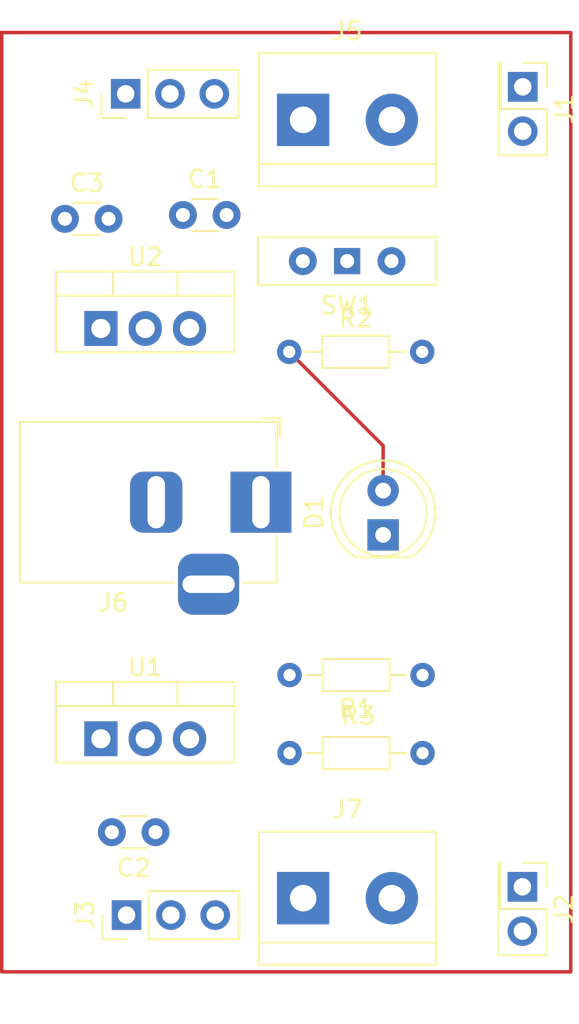
<source format=kicad_pcb>
(kicad_pcb (version 20241229) (generator "pcbnew") (generator_version "9.0")
  (layers (0 "F.Cu" signal) (2 "B.Cu" signal) (13 "F.Paste" user) (15 "B.Paste" user) (5 "F.SilkS" user "F.Silkscreen") (7 "B.SilkS" user "B.Silkscreen") (1 "F.Mask" user) (3 "B.Mask" user) (25 "Edge.Cuts" user))
  (net 0 "")
  (net 1 "/12V")
  (net 2 "GND")
  (net 3 "/5V")
  (net 4 "/3.3V")
  (net 5 "Net-(D1-A)")
  (net 6 "/PWR_output")
  (net 7 "/PWR_input")
  (net 8 "Net-(U2-ADJ)")
  (footprint "TerminalBlock:TerminalBlock_bornier-2_P5.08mm" (layer "F.Cu") (at 157.42 89.35)
    (property "Reference" "J5" (at 2.54 -5.08 0) (layer "F.SilkS"))
    (property "Value" "Screw_Terminal_01x02")
    (fp_line (start -2.54 -3.81) (end -2.54 3.81) (stroke (width 0.12)) (layer "F.SilkS"))
    (fp_line (start -2.54 3.81) (end 7.62 3.81) (stroke (width 0.12)) (layer "F.SilkS"))
    (fp_line (start 7.62 -3.81) (end -2.54 -3.81) (stroke (width 0.12)) (layer "F.SilkS"))
    (fp_line (start 7.62 2.54) (end -2.54 2.54) (stroke (width 0.12)) (layer "F.SilkS"))
    (fp_line (start 7.62 3.81) (end 7.62 -3.81) (stroke (width 0.12)) (layer "F.SilkS"))
    (pad "1" thru_hole rect (at 0 0) (size 3 3) (drill 1.52) (layers "*.Cu" "*.Mask") (net 2 "GND"))
    (pad "2" thru_hole circle (at 5.08 0) (size 3 3) (drill 1.52) (layers "*.Cu" "*.Mask") (net 6 "/PWR_output"))
  )
  (footprint "Resistor_THT:R_Axial_DIN0204_L3.6mm_D1.6mm_P7.62mm_Horizontal" (layer "F.Cu") (at 156.64 125.62)
    (property "Reference" "R3" (at 3.94 -2.13 0) (layer "F.SilkS"))
    (property "Value" "560")
    (fp_line (start 0.94 0) (end 1.89 0) (stroke (width 0.12)) (layer "F.SilkS"))
    (fp_line (start 6.68 0) (end 5.73 0) (stroke (width 0.12)) (layer "F.SilkS"))
    (fp_rect (start 1.89 -0.92) (end 5.73 0.92) (stroke (width 0.12)) (fill no) (layer "F.SilkS"))
    (pad "1" thru_hole circle (at 0 0) (size 1.4 1.4) (drill 0.7) (layers "*.Cu" "*.Mask") (net 2 "GND"))
    (pad "2" thru_hole circle (at 7.62 0) (size 1.4 1.4) (drill 0.7) (layers "*.Cu" "*.Mask") (net 8 "Net-(U2-ADJ)"))
  )
  (footprint "Button_Switch_THT:SW_Slide-03_Wuerth-WS-SLTV_10x2.5x6.4_P2.54mm" (layer "F.Cu") (at 159.94 97.44 180)
    (property "Reference" "SW1" (at 0 -2.54 0) (layer "F.SilkS"))
    (property "Value" "SW_Wuerth_450301014042")
    (fp_rect (start -5.11 -1.36) (end 5.11 1.36) (stroke (width 0.12)) (fill no) (layer "F.SilkS"))
    (pad "1" thru_hole rect (at 0 0 180) (size 1.5 1.5) (drill 0.8) (layers "*.Cu" "*.Mask") (net 7 "/PWR_input"))
    (pad "2" thru_hole circle (at -2.54 0 180) (size 1.6 1.6) (drill 0.8) (layers "*.Cu" "*.Mask"))
    (pad "3" thru_hole circle (at 2.54 0 180) (size 1.6 1.6) (drill 0.8) (layers "*.Cu" "*.Mask") (net 1 "/12V"))
  )
  (footprint "Connector_BarrelJack:BarrelJack_Horizontal" (layer "F.Cu") (at 155 111.25)
    (property "Reference" "J6" (at -8.45 5.75 0) (layer "F.SilkS"))
    (property "Value" "Barrel_Jack_Switch")
    (fp_line (start -13.8 -4.6) (end 0.9 -4.6) (stroke (width 0.12)) (layer "F.SilkS"))
    (fp_line (start -13.8 4.6) (end -13.8 -4.6) (stroke (width 0.12)) (layer "F.SilkS"))
    (fp_line (start -5 4.6) (end -13.8 4.6) (stroke (width 0.12)) (layer "F.SilkS"))
    (fp_line (start 0.05 -4.8) (end 1.1 -4.8) (stroke (width 0.12)) (layer "F.SilkS"))
    (fp_line (start 0.9 -4.6) (end 0.9 -2) (stroke (width 0.12)) (layer "F.SilkS"))
    (fp_line (start 0.9 1.9) (end 0.9 4.6) (stroke (width 0.12)) (layer "F.SilkS"))
    (fp_line (start 0.9 4.6) (end -1 4.6) (stroke (width 0.12)) (layer "F.SilkS"))
    (fp_line (start 1.1 -3.75) (end 1.1 -4.8) (stroke (width 0.12)) (layer "F.SilkS"))
    (pad "1" thru_hole rect (at 0 0) (size 3.5 3.5) (drill oval 1 3) (layers "*.Cu" "*.Mask") (net 7 "/PWR_input"))
    (pad "2" thru_hole roundrect (at -6 0) (size 3 3.5) (drill oval 1 3) (layers "*.Cu" "*.Mask") (net 2 "GND"))
    (pad "3" thru_hole roundrect (at -3 4.7) (size 3.5 3.5) (drill oval 3 1) (layers "*.Cu" "*.Mask") (net 2 "GND"))
  )
  (footprint "Connector_PinHeader_2.54mm:PinHeader_2x01_P2.54mm_Vertical" (layer "F.Cu") (at 170 87.46 -90)
    (property "Reference" "J1" (at 1.27 -2.38 90) (layer "F.SilkS"))
    (property "Value" "Conn_01x02_Pin")
    (fp_line (start -1.38 1.38) (end 3.92 1.38) (stroke (width 0.12)) (layer "F.SilkS"))
    (fp_line (start -1.38 1.27) (end -1.38 1.38) (stroke (width 0.12)) (layer "F.SilkS"))
    (fp_line (start -1.38 1.27) (end 1.27 1.27) (stroke (width 0.12)) (layer "F.SilkS"))
    (fp_line (start 1.27 1.27) (end 1.27 -1.38) (stroke (width 0.12)) (layer "F.SilkS"))
    (fp_line (start -1.38 0) (end -1.38 -1.38) (stroke (width 0.12)) (layer "F.SilkS"))
    (fp_line (start -1.38 -1.38) (end 0 -1.38) (stroke (width 0.12)) (layer "F.SilkS"))
    (fp_line (start 1.27 -1.38) (end 3.92 -1.38) (stroke (width 0.12)) (layer "F.SilkS"))
    (fp_line (start 3.92 -1.38) (end 3.92 1.38) (stroke (width 0.12)) (layer "F.SilkS"))
    (pad "1" thru_hole rect (at 0 0 270) (size 1.7 1.7) (drill 1) (layers "*.Cu" "*.Mask") (net 2 "GND"))
    (pad "2" thru_hole circle (at 2.54 0 270) (size 1.7 1.7) (drill 1) (layers "*.Cu" "*.Mask") (net 6 "/PWR_output"))
  )
  (footprint "Connector_PinHeader_2.54mm:PinHeader_1x03_P2.54mm_Vertical" (layer "F.Cu") (at 147.25 87.86 90)
    (property "Reference" "J4" (at 0 -2.38 90) (layer "F.SilkS"))
    (property "Value" "Conn_01x03_Pin")
    (fp_line (start -1.38 -1.38) (end 0 -1.38) (stroke (width 0.12)) (layer "F.SilkS"))
    (fp_line (start -1.38 0) (end -1.38 -1.38) (stroke (width 0.12)) (layer "F.SilkS"))
    (fp_line (start 1.38 1.27) (end 1.38 6.46) (stroke (width 0.12)) (layer "F.SilkS"))
    (fp_line (start -1.38 1.27) (end 1.38 1.27) (stroke (width 0.12)) (layer "F.SilkS"))
    (fp_line (start -1.38 1.27) (end -1.38 6.46) (stroke (width 0.12)) (layer "F.SilkS"))
    (fp_line (start -1.38 6.46) (end 1.38 6.46) (stroke (width 0.12)) (layer "F.SilkS"))
    (pad "1" thru_hole rect (at 0 0 90) (size 1.7 1.7) (drill 1) (layers "*.Cu" "*.Mask") (net 4 "/3.3V"))
    (pad "2" thru_hole circle (at 0 2.54 90) (size 1.7 1.7) (drill 1) (layers "*.Cu" "*.Mask") (net 6 "/PWR_output"))
    (pad "3" thru_hole circle (at 0 5.08 90) (size 1.7 1.7) (drill 1) (layers "*.Cu" "*.Mask") (net 3 "/5V"))
  )
  (footprint "Capacitor_THT:C_Disc_D3.0mm_W1.6mm_P2.50mm" (layer "F.Cu") (at 150.53 94.8)
    (property "Reference" "C1" (at 1.25 -2.05 0) (layer "F.SilkS"))
    (property "Value" "10u")
    (fp_line (start 0.485 -0.92) (end 2.015 -0.92) (stroke (width 0.12)) (layer "F.SilkS"))
    (fp_line (start 2.015 0.92) (end 0.485 0.92) (stroke (width 0.12)) (layer "F.SilkS"))
    (pad "1" thru_hole circle (at 0 0) (size 1.6 1.6) (drill 0.8) (layers "*.Cu" "*.Mask") (net 2 "GND"))
    (pad "2" thru_hole circle (at 2.5 0) (size 1.6 1.6) (drill 0.8) (layers "*.Cu" "*.Mask") (net 1 "/12V"))
  )
  (footprint "Connector_PinHeader_2.54mm:PinHeader_1x03_P2.54mm_Vertical" (layer "F.Cu") (at 147.3 134.9 90)
    (property "Reference" "J3" (at 0 -2.38 90) (layer "F.SilkS"))
    (property "Value" "Conn_01x03_Pin")
    (fp_line (start -1.38 -1.38) (end 0 -1.38) (stroke (width 0.12)) (layer "F.SilkS"))
    (fp_line (start -1.38 0) (end -1.38 -1.38) (stroke (width 0.12)) (layer "F.SilkS"))
    (fp_line (start 1.38 1.27) (end 1.38 6.46) (stroke (width 0.12)) (layer "F.SilkS"))
    (fp_line (start -1.38 1.27) (end 1.38 1.27) (stroke (width 0.12)) (layer "F.SilkS"))
    (fp_line (start -1.38 1.27) (end -1.38 6.46) (stroke (width 0.12)) (layer "F.SilkS"))
    (fp_line (start -1.38 6.46) (end 1.38 6.46) (stroke (width 0.12)) (layer "F.SilkS"))
    (pad "1" thru_hole rect (at 0 0 90) (size 1.7 1.7) (drill 1) (layers "*.Cu" "*.Mask") (net 4 "/3.3V"))
    (pad "2" thru_hole circle (at 0 2.54 90) (size 1.7 1.7) (drill 1) (layers "*.Cu" "*.Mask") (net 6 "/PWR_output"))
    (pad "3" thru_hole circle (at 0 5.08 90) (size 1.7 1.7) (drill 1) (layers "*.Cu" "*.Mask") (net 3 "/5V"))
  )
  (footprint "TerminalBlock:TerminalBlock_bornier-2_P5.08mm" (layer "F.Cu") (at 157.42 133.93)
    (property "Reference" "J7" (at 2.54 -5.08 0) (layer "F.SilkS"))
    (property "Value" "Screw_Terminal_01x02")
    (fp_line (start -2.54 -3.81) (end -2.54 3.81) (stroke (width 0.12)) (layer "F.SilkS"))
    (fp_line (start -2.54 3.81) (end 7.62 3.81) (stroke (width 0.12)) (layer "F.SilkS"))
    (fp_line (start 7.62 -3.81) (end -2.54 -3.81) (stroke (width 0.12)) (layer "F.SilkS"))
    (fp_line (start 7.62 2.54) (end -2.54 2.54) (stroke (width 0.12)) (layer "F.SilkS"))
    (fp_line (start 7.62 3.81) (end 7.62 -3.81) (stroke (width 0.12)) (layer "F.SilkS"))
    (pad "1" thru_hole rect (at 0 0) (size 3 3) (drill 1.52) (layers "*.Cu" "*.Mask") (net 2 "GND"))
    (pad "2" thru_hole circle (at 5.08 0) (size 3 3) (drill 1.52) (layers "*.Cu" "*.Mask") (net 6 "/PWR_output"))
  )
  (footprint "Connector_PinHeader_2.54mm:PinHeader_2x01_P2.54mm_Vertical" (layer "F.Cu") (at 169.98 133.28 -90)
    (property "Reference" "J2" (at 1.27 -2.38 90) (layer "F.SilkS"))
    (property "Value" "Conn_01x02_Pin")
    (fp_line (start -1.38 1.38) (end 3.92 1.38) (stroke (width 0.12)) (layer "F.SilkS"))
    (fp_line (start -1.38 1.27) (end -1.38 1.38) (stroke (width 0.12)) (layer "F.SilkS"))
    (fp_line (start -1.38 1.27) (end 1.27 1.27) (stroke (width 0.12)) (layer "F.SilkS"))
    (fp_line (start 1.27 1.27) (end 1.27 -1.38) (stroke (width 0.12)) (layer "F.SilkS"))
    (fp_line (start -1.38 0) (end -1.38 -1.38) (stroke (width 0.12)) (layer "F.SilkS"))
    (fp_line (start -1.38 -1.38) (end 0 -1.38) (stroke (width 0.12)) (layer "F.SilkS"))
    (fp_line (start 1.27 -1.38) (end 3.92 -1.38) (stroke (width 0.12)) (layer "F.SilkS"))
    (fp_line (start 3.92 -1.38) (end 3.92 1.38) (stroke (width 0.12)) (layer "F.SilkS"))
    (pad "1" thru_hole rect (at 0 0 270) (size 1.7 1.7) (drill 1) (layers "*.Cu" "*.Mask") (net 2 "GND"))
    (pad "2" thru_hole circle (at 2.54 0 270) (size 1.7 1.7) (drill 1) (layers "*.Cu" "*.Mask") (net 6 "/PWR_output"))
  )
  (footprint "Capacitor_THT:C_Disc_D3.0mm_W1.6mm_P2.50mm" (layer "F.Cu") (at 143.77 95.02)
    (property "Reference" "C3" (at 1.25 -2.05 0) (layer "F.SilkS"))
    (property "Value" "1u")
    (fp_line (start 0.485 -0.92) (end 2.015 -0.92) (stroke (width 0.12)) (layer "F.SilkS"))
    (fp_line (start 2.015 0.92) (end 0.485 0.92) (stroke (width 0.12)) (layer "F.SilkS"))
    (pad "1" thru_hole circle (at 0 0) (size 1.6 1.6) (drill 0.8) (layers "*.Cu" "*.Mask") (net 4 "/3.3V"))
    (pad "2" thru_hole circle (at 2.5 0) (size 1.6 1.6) (drill 0.8) (layers "*.Cu" "*.Mask") (net 2 "GND"))
  )
  (footprint "Resistor_THT:R_Axial_DIN0204_L3.6mm_D1.6mm_P7.62mm_Horizontal" (layer "F.Cu") (at 164.26 121.15 180)
    (property "Reference" "R1" (at 3.81 -1.92 0) (layer "F.SilkS"))
    (property "Value" "330")
    (fp_line (start 6.68 0) (end 5.73 0) (stroke (width 0.12)) (layer "F.SilkS"))
    (fp_line (start 0.94 0) (end 1.89 0) (stroke (width 0.12)) (layer "F.SilkS"))
    (fp_rect (start 1.89 -0.92) (end 5.73 0.92) (stroke (width 0.12)) (fill no) (layer "F.SilkS"))
    (pad "1" thru_hole circle (at 0 0 180) (size 1.4 1.4) (drill 0.7) (layers "*.Cu" "*.Mask") (net 8 "Net-(U2-ADJ)"))
    (pad "2" thru_hole circle (at 7.62 0 180) (size 1.4 1.4) (drill 0.7) (layers "*.Cu" "*.Mask") (net 4 "/3.3V"))
  )
  (footprint "Capacitor_THT:C_Disc_D3.0mm_W1.6mm_P2.50mm" (layer "F.Cu") (at 148.96 130.15 180)
    (property "Reference" "C2" (at 1.25 -2.05 0) (layer "F.SilkS"))
    (property "Value" "0.1u")
    (fp_line (start 2.015 0.92) (end 0.485 0.92) (stroke (width 0.12)) (layer "F.SilkS"))
    (fp_line (start 0.485 -0.92) (end 2.015 -0.92) (stroke (width 0.12)) (layer "F.SilkS"))
    (pad "1" thru_hole circle (at 0 0 180) (size 1.6 1.6) (drill 0.8) (layers "*.Cu" "*.Mask") (net 3 "/5V"))
    (pad "2" thru_hole circle (at 2.5 0 180) (size 1.6 1.6) (drill 0.8) (layers "*.Cu" "*.Mask") (net 2 "GND"))
  )
  (footprint "LED_THT:LED_D5.0mm" (layer "F.Cu") (at 162 113.125 90)
    (property "Reference" "D1" (at 1.27 -3.96 90) (layer "F.SilkS"))
    (property "Value" "LED")
    (fp_line (start -1.29 -1.545) (end -1.29 1.545) (stroke (width 0.12)) (layer "F.SilkS"))
    (fp_arc (start -1.29 -1.54483) (mid 2.071779 -2.880495) (end 4.26 0) (stroke (width 0.12)) (layer "F.SilkS"))
    (fp_arc (start 4.26 0) (mid 2.071779 2.880495) (end -1.29 1.54483) (stroke (width 0.12)) (layer "F.SilkS"))
    (fp_circle (center 1.27 0) (end 3.77 0) (stroke (width 0.12)) (fill no) (layer "F.SilkS"))
    (pad "1" thru_hole rect (at 0 0 90) (size 1.8 1.8) (drill 0.9) (layers "*.Cu" "*.Mask") (net 2 "GND"))
    (pad "2" thru_hole circle (at 2.54 0 90) (size 1.8 1.8) (drill 0.9) (layers "*.Cu" "*.Mask") (net 5 "Net-(D1-A)"))
  )
  (footprint "Package_TO_SOT_THT:TO-220-3_Vertical" (layer "F.Cu") (at 145.83 101.3)
    (property "Reference" "U2" (at 2.54 -4.1 0) (layer "F.SilkS"))
    (property "Value" "LM317_TO-220")
    (fp_line (start -2.57 -3.26) (end 7.65 -3.26) (stroke (width 0.12)) (layer "F.SilkS"))
    (fp_line (start -2.57 -1.88) (end 7.65 -1.88) (stroke (width 0.12)) (layer "F.SilkS"))
    (fp_line (start -2.57 1.36) (end -2.57 -3.26) (stroke (width 0.12)) (layer "F.SilkS"))
    (fp_line (start 0.69 -3.26) (end 0.69 -1.88) (stroke (width 0.12)) (layer "F.SilkS"))
    (fp_line (start 4.39 -3.26) (end 4.39 -1.88) (stroke (width 0.12)) (layer "F.SilkS"))
    (fp_line (start 7.65 -3.26) (end 7.65 1.36) (stroke (width 0.12)) (layer "F.SilkS"))
    (fp_line (start 7.65 1.36) (end -2.57 1.36) (stroke (width 0.12)) (layer "F.SilkS"))
    (pad "1" thru_hole rect (at 0 0) (size 1.905 2) (drill 1.1) (layers "*.Cu" "*.Mask") (net 8 "Net-(U2-ADJ)"))
    (pad "2" thru_hole oval (at 2.54 0) (size 1.905 2) (drill 1.1) (layers "*.Cu" "*.Mask") (net 4 "/3.3V"))
    (pad "3" thru_hole oval (at 5.08 0) (size 1.905 2) (drill 1.1) (layers "*.Cu" "*.Mask") (net 1 "/12V"))
  )
  (footprint "Resistor_THT:R_Axial_DIN0204_L3.6mm_D1.6mm_P7.62mm_Horizontal" (layer "F.Cu") (at 156.62 102.64)
    (property "Reference" "R2" (at 3.81 -1.92 0) (layer "F.SilkS"))
    (property "Value" "330")
    (fp_line (start 0.94 0) (end 1.89 0) (stroke (width 0.12)) (layer "F.SilkS"))
    (fp_line (start 6.68 0) (end 5.73 0) (stroke (width 0.12)) (layer "F.SilkS"))
    (fp_rect (start 1.89 -0.92) (end 5.73 0.92) (stroke (width 0.12)) (fill no) (layer "F.SilkS"))
    (pad "1" thru_hole circle (at 0 0) (size 1.4 1.4) (drill 0.7) (layers "*.Cu" "*.Mask") (net 5 "Net-(D1-A)"))
    (pad "2" thru_hole circle (at 7.62 0) (size 1.4 1.4) (drill 0.7) (layers "*.Cu" "*.Mask") (net 1 "/12V"))
  )
  (footprint "Package_TO_SOT_THT:TO-220-3_Vertical" (layer "F.Cu") (at 145.83 124.8)
    (property "Reference" "U1" (at 2.54 -4.1 0) (layer "F.SilkS"))
    (property "Value" "LM7805_TO220")
    (fp_line (start -2.57 -3.26) (end 7.65 -3.26) (stroke (width 0.12)) (layer "F.SilkS"))
    (fp_line (start -2.57 -1.88) (end 7.65 -1.88) (stroke (width 0.12)) (layer "F.SilkS"))
    (fp_line (start -2.57 1.36) (end -2.57 -3.26) (stroke (width 0.12)) (layer "F.SilkS"))
    (fp_line (start 0.69 -3.26) (end 0.69 -1.88) (stroke (width 0.12)) (layer "F.SilkS"))
    (fp_line (start 4.39 -3.26) (end 4.39 -1.88) (stroke (width 0.12)) (layer "F.SilkS"))
    (fp_line (start 7.65 -3.26) (end 7.65 1.36) (stroke (width 0.12)) (layer "F.SilkS"))
    (fp_line (start 7.65 1.36) (end -2.57 1.36) (stroke (width 0.12)) (layer "F.SilkS"))
    (pad "1" thru_hole rect (at 0 0) (size 1.905 2) (drill 1.1) (layers "*.Cu" "*.Mask") (net 1 "/12V"))
    (pad "2" thru_hole oval (at 2.54 0) (size 1.905 2) (drill 1.1) (layers "*.Cu" "*.Mask") (net 2 "GND"))
    (pad "3" thru_hole oval (at 5.08 0) (size 1.905 2) (drill 1.1) (layers "*.Cu" "*.Mask") (net 3 "/5V"))
  )
  (gr_rect (start 140.15 84.35) (end 172.75 138.15) (stroke (width 0.2)) (fill no) (layer "F.Cu") (net 2))
  (segment (start 162 110.585) (end 162 108.02) (width 0.2) (layer "F.Cu") (net 5))
  (segment (start 162 108.02) (end 156.62 102.64) (width 0.2) (layer "F.Cu") (net 5))
)
</source>
